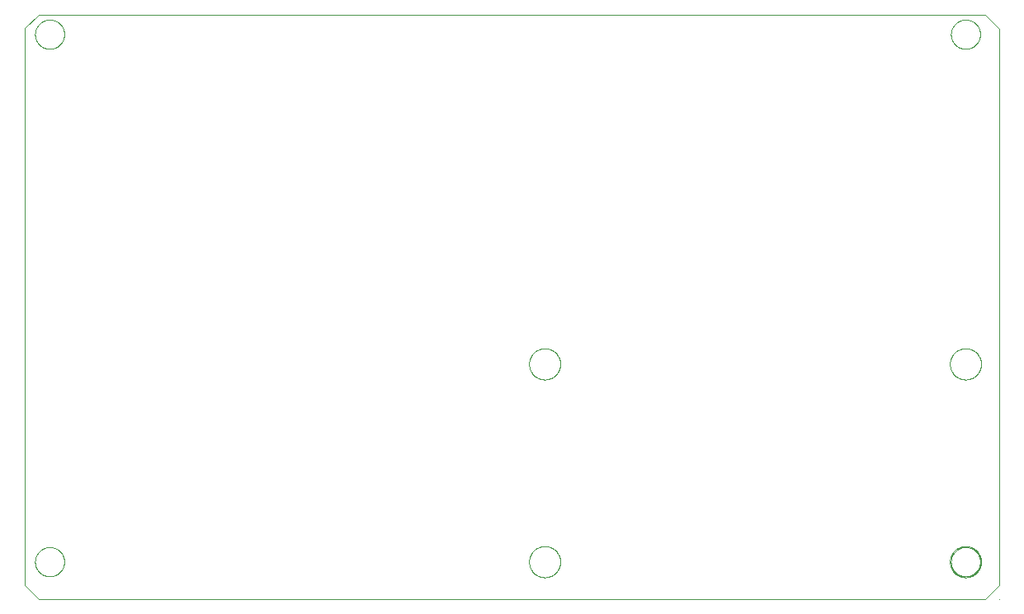
<source format=gko>
G75*
%MOIN*%
%OFA0B0*%
%FSLAX25Y25*%
%IPPOS*%
%LPD*%
%AMOC8*
5,1,8,0,0,1.08239X$1,22.5*
%
%ADD10C,0.00394*%
%ADD11C,0.00000*%
%ADD12C,0.00400*%
D10*
X0027328Y0036123D02*
X0028128Y0036123D01*
X0409728Y0036123D01*
X0409828Y0036123D01*
X0415428Y0036124D02*
X0415429Y0036123D01*
X0415428Y0041723D02*
X0415428Y0266723D01*
X0415429Y0266724D01*
X0409749Y0272343D02*
X0409728Y0272323D01*
X0027319Y0272343D01*
X0021728Y0266923D01*
X0021728Y0043723D01*
D11*
X0025828Y0051123D02*
X0025830Y0051276D01*
X0025836Y0051429D01*
X0025846Y0051582D01*
X0025860Y0051735D01*
X0025878Y0051887D01*
X0025899Y0052038D01*
X0025925Y0052189D01*
X0025955Y0052340D01*
X0025988Y0052489D01*
X0026026Y0052638D01*
X0026067Y0052785D01*
X0026112Y0052932D01*
X0026161Y0053077D01*
X0026213Y0053221D01*
X0026270Y0053363D01*
X0026330Y0053504D01*
X0026393Y0053643D01*
X0026461Y0053781D01*
X0026531Y0053917D01*
X0026606Y0054051D01*
X0026683Y0054183D01*
X0026765Y0054313D01*
X0026849Y0054441D01*
X0026937Y0054566D01*
X0027028Y0054689D01*
X0027122Y0054810D01*
X0027219Y0054928D01*
X0027320Y0055044D01*
X0027423Y0055157D01*
X0027529Y0055268D01*
X0027638Y0055375D01*
X0027750Y0055480D01*
X0027864Y0055582D01*
X0027981Y0055681D01*
X0028101Y0055776D01*
X0028223Y0055869D01*
X0028347Y0055958D01*
X0028474Y0056045D01*
X0028603Y0056127D01*
X0028734Y0056207D01*
X0028867Y0056283D01*
X0029002Y0056355D01*
X0029139Y0056424D01*
X0029277Y0056490D01*
X0029417Y0056552D01*
X0029559Y0056610D01*
X0029702Y0056664D01*
X0029847Y0056715D01*
X0029992Y0056762D01*
X0030139Y0056805D01*
X0030287Y0056844D01*
X0030436Y0056880D01*
X0030586Y0056911D01*
X0030737Y0056939D01*
X0030888Y0056963D01*
X0031040Y0056983D01*
X0031193Y0056999D01*
X0031345Y0057011D01*
X0031498Y0057019D01*
X0031651Y0057023D01*
X0031805Y0057023D01*
X0031958Y0057019D01*
X0032111Y0057011D01*
X0032263Y0056999D01*
X0032416Y0056983D01*
X0032568Y0056963D01*
X0032719Y0056939D01*
X0032870Y0056911D01*
X0033020Y0056880D01*
X0033169Y0056844D01*
X0033317Y0056805D01*
X0033464Y0056762D01*
X0033609Y0056715D01*
X0033754Y0056664D01*
X0033897Y0056610D01*
X0034039Y0056552D01*
X0034179Y0056490D01*
X0034317Y0056424D01*
X0034454Y0056355D01*
X0034589Y0056283D01*
X0034722Y0056207D01*
X0034853Y0056127D01*
X0034982Y0056045D01*
X0035109Y0055958D01*
X0035233Y0055869D01*
X0035355Y0055776D01*
X0035475Y0055681D01*
X0035592Y0055582D01*
X0035706Y0055480D01*
X0035818Y0055375D01*
X0035927Y0055268D01*
X0036033Y0055157D01*
X0036136Y0055044D01*
X0036237Y0054928D01*
X0036334Y0054810D01*
X0036428Y0054689D01*
X0036519Y0054566D01*
X0036607Y0054441D01*
X0036691Y0054313D01*
X0036773Y0054183D01*
X0036850Y0054051D01*
X0036925Y0053917D01*
X0036995Y0053781D01*
X0037063Y0053643D01*
X0037126Y0053504D01*
X0037186Y0053363D01*
X0037243Y0053221D01*
X0037295Y0053077D01*
X0037344Y0052932D01*
X0037389Y0052785D01*
X0037430Y0052638D01*
X0037468Y0052489D01*
X0037501Y0052340D01*
X0037531Y0052189D01*
X0037557Y0052038D01*
X0037578Y0051887D01*
X0037596Y0051735D01*
X0037610Y0051582D01*
X0037620Y0051429D01*
X0037626Y0051276D01*
X0037628Y0051123D01*
X0037626Y0050970D01*
X0037620Y0050817D01*
X0037610Y0050664D01*
X0037596Y0050511D01*
X0037578Y0050359D01*
X0037557Y0050208D01*
X0037531Y0050057D01*
X0037501Y0049906D01*
X0037468Y0049757D01*
X0037430Y0049608D01*
X0037389Y0049461D01*
X0037344Y0049314D01*
X0037295Y0049169D01*
X0037243Y0049025D01*
X0037186Y0048883D01*
X0037126Y0048742D01*
X0037063Y0048603D01*
X0036995Y0048465D01*
X0036925Y0048329D01*
X0036850Y0048195D01*
X0036773Y0048063D01*
X0036691Y0047933D01*
X0036607Y0047805D01*
X0036519Y0047680D01*
X0036428Y0047557D01*
X0036334Y0047436D01*
X0036237Y0047318D01*
X0036136Y0047202D01*
X0036033Y0047089D01*
X0035927Y0046978D01*
X0035818Y0046871D01*
X0035706Y0046766D01*
X0035592Y0046664D01*
X0035475Y0046565D01*
X0035355Y0046470D01*
X0035233Y0046377D01*
X0035109Y0046288D01*
X0034982Y0046201D01*
X0034853Y0046119D01*
X0034722Y0046039D01*
X0034589Y0045963D01*
X0034454Y0045891D01*
X0034317Y0045822D01*
X0034179Y0045756D01*
X0034039Y0045694D01*
X0033897Y0045636D01*
X0033754Y0045582D01*
X0033609Y0045531D01*
X0033464Y0045484D01*
X0033317Y0045441D01*
X0033169Y0045402D01*
X0033020Y0045366D01*
X0032870Y0045335D01*
X0032719Y0045307D01*
X0032568Y0045283D01*
X0032416Y0045263D01*
X0032263Y0045247D01*
X0032111Y0045235D01*
X0031958Y0045227D01*
X0031805Y0045223D01*
X0031651Y0045223D01*
X0031498Y0045227D01*
X0031345Y0045235D01*
X0031193Y0045247D01*
X0031040Y0045263D01*
X0030888Y0045283D01*
X0030737Y0045307D01*
X0030586Y0045335D01*
X0030436Y0045366D01*
X0030287Y0045402D01*
X0030139Y0045441D01*
X0029992Y0045484D01*
X0029847Y0045531D01*
X0029702Y0045582D01*
X0029559Y0045636D01*
X0029417Y0045694D01*
X0029277Y0045756D01*
X0029139Y0045822D01*
X0029002Y0045891D01*
X0028867Y0045963D01*
X0028734Y0046039D01*
X0028603Y0046119D01*
X0028474Y0046201D01*
X0028347Y0046288D01*
X0028223Y0046377D01*
X0028101Y0046470D01*
X0027981Y0046565D01*
X0027864Y0046664D01*
X0027750Y0046766D01*
X0027638Y0046871D01*
X0027529Y0046978D01*
X0027423Y0047089D01*
X0027320Y0047202D01*
X0027219Y0047318D01*
X0027122Y0047436D01*
X0027028Y0047557D01*
X0026937Y0047680D01*
X0026849Y0047805D01*
X0026765Y0047933D01*
X0026683Y0048063D01*
X0026606Y0048195D01*
X0026531Y0048329D01*
X0026461Y0048465D01*
X0026393Y0048603D01*
X0026330Y0048742D01*
X0026270Y0048883D01*
X0026213Y0049025D01*
X0026161Y0049169D01*
X0026112Y0049314D01*
X0026067Y0049461D01*
X0026026Y0049608D01*
X0025988Y0049757D01*
X0025955Y0049906D01*
X0025925Y0050057D01*
X0025899Y0050208D01*
X0025878Y0050359D01*
X0025860Y0050511D01*
X0025846Y0050664D01*
X0025836Y0050817D01*
X0025830Y0050970D01*
X0025828Y0051123D01*
X0225429Y0051123D02*
X0225431Y0051281D01*
X0225437Y0051439D01*
X0225447Y0051597D01*
X0225461Y0051755D01*
X0225479Y0051912D01*
X0225500Y0052069D01*
X0225526Y0052225D01*
X0225556Y0052381D01*
X0225589Y0052536D01*
X0225627Y0052689D01*
X0225668Y0052842D01*
X0225713Y0052994D01*
X0225762Y0053145D01*
X0225815Y0053294D01*
X0225871Y0053442D01*
X0225931Y0053588D01*
X0225995Y0053733D01*
X0226063Y0053876D01*
X0226134Y0054018D01*
X0226208Y0054158D01*
X0226286Y0054295D01*
X0226368Y0054431D01*
X0226452Y0054565D01*
X0226541Y0054696D01*
X0226632Y0054825D01*
X0226727Y0054952D01*
X0226824Y0055077D01*
X0226925Y0055199D01*
X0227029Y0055318D01*
X0227136Y0055435D01*
X0227246Y0055549D01*
X0227359Y0055660D01*
X0227474Y0055769D01*
X0227592Y0055874D01*
X0227713Y0055976D01*
X0227836Y0056076D01*
X0227962Y0056172D01*
X0228090Y0056265D01*
X0228220Y0056355D01*
X0228353Y0056441D01*
X0228488Y0056525D01*
X0228624Y0056604D01*
X0228763Y0056681D01*
X0228904Y0056753D01*
X0229046Y0056823D01*
X0229190Y0056888D01*
X0229336Y0056950D01*
X0229483Y0057008D01*
X0229632Y0057063D01*
X0229782Y0057114D01*
X0229933Y0057161D01*
X0230085Y0057204D01*
X0230238Y0057243D01*
X0230393Y0057279D01*
X0230548Y0057310D01*
X0230704Y0057338D01*
X0230860Y0057362D01*
X0231017Y0057382D01*
X0231175Y0057398D01*
X0231332Y0057410D01*
X0231491Y0057418D01*
X0231649Y0057422D01*
X0231807Y0057422D01*
X0231965Y0057418D01*
X0232124Y0057410D01*
X0232281Y0057398D01*
X0232439Y0057382D01*
X0232596Y0057362D01*
X0232752Y0057338D01*
X0232908Y0057310D01*
X0233063Y0057279D01*
X0233218Y0057243D01*
X0233371Y0057204D01*
X0233523Y0057161D01*
X0233674Y0057114D01*
X0233824Y0057063D01*
X0233973Y0057008D01*
X0234120Y0056950D01*
X0234266Y0056888D01*
X0234410Y0056823D01*
X0234552Y0056753D01*
X0234693Y0056681D01*
X0234832Y0056604D01*
X0234968Y0056525D01*
X0235103Y0056441D01*
X0235236Y0056355D01*
X0235366Y0056265D01*
X0235494Y0056172D01*
X0235620Y0056076D01*
X0235743Y0055976D01*
X0235864Y0055874D01*
X0235982Y0055769D01*
X0236097Y0055660D01*
X0236210Y0055549D01*
X0236320Y0055435D01*
X0236427Y0055318D01*
X0236531Y0055199D01*
X0236632Y0055077D01*
X0236729Y0054952D01*
X0236824Y0054825D01*
X0236915Y0054696D01*
X0237004Y0054565D01*
X0237088Y0054431D01*
X0237170Y0054295D01*
X0237248Y0054158D01*
X0237322Y0054018D01*
X0237393Y0053876D01*
X0237461Y0053733D01*
X0237525Y0053588D01*
X0237585Y0053442D01*
X0237641Y0053294D01*
X0237694Y0053145D01*
X0237743Y0052994D01*
X0237788Y0052842D01*
X0237829Y0052689D01*
X0237867Y0052536D01*
X0237900Y0052381D01*
X0237930Y0052225D01*
X0237956Y0052069D01*
X0237977Y0051912D01*
X0237995Y0051755D01*
X0238009Y0051597D01*
X0238019Y0051439D01*
X0238025Y0051281D01*
X0238027Y0051123D01*
X0238025Y0050965D01*
X0238019Y0050807D01*
X0238009Y0050649D01*
X0237995Y0050491D01*
X0237977Y0050334D01*
X0237956Y0050177D01*
X0237930Y0050021D01*
X0237900Y0049865D01*
X0237867Y0049710D01*
X0237829Y0049557D01*
X0237788Y0049404D01*
X0237743Y0049252D01*
X0237694Y0049101D01*
X0237641Y0048952D01*
X0237585Y0048804D01*
X0237525Y0048658D01*
X0237461Y0048513D01*
X0237393Y0048370D01*
X0237322Y0048228D01*
X0237248Y0048088D01*
X0237170Y0047951D01*
X0237088Y0047815D01*
X0237004Y0047681D01*
X0236915Y0047550D01*
X0236824Y0047421D01*
X0236729Y0047294D01*
X0236632Y0047169D01*
X0236531Y0047047D01*
X0236427Y0046928D01*
X0236320Y0046811D01*
X0236210Y0046697D01*
X0236097Y0046586D01*
X0235982Y0046477D01*
X0235864Y0046372D01*
X0235743Y0046270D01*
X0235620Y0046170D01*
X0235494Y0046074D01*
X0235366Y0045981D01*
X0235236Y0045891D01*
X0235103Y0045805D01*
X0234968Y0045721D01*
X0234832Y0045642D01*
X0234693Y0045565D01*
X0234552Y0045493D01*
X0234410Y0045423D01*
X0234266Y0045358D01*
X0234120Y0045296D01*
X0233973Y0045238D01*
X0233824Y0045183D01*
X0233674Y0045132D01*
X0233523Y0045085D01*
X0233371Y0045042D01*
X0233218Y0045003D01*
X0233063Y0044967D01*
X0232908Y0044936D01*
X0232752Y0044908D01*
X0232596Y0044884D01*
X0232439Y0044864D01*
X0232281Y0044848D01*
X0232124Y0044836D01*
X0231965Y0044828D01*
X0231807Y0044824D01*
X0231649Y0044824D01*
X0231491Y0044828D01*
X0231332Y0044836D01*
X0231175Y0044848D01*
X0231017Y0044864D01*
X0230860Y0044884D01*
X0230704Y0044908D01*
X0230548Y0044936D01*
X0230393Y0044967D01*
X0230238Y0045003D01*
X0230085Y0045042D01*
X0229933Y0045085D01*
X0229782Y0045132D01*
X0229632Y0045183D01*
X0229483Y0045238D01*
X0229336Y0045296D01*
X0229190Y0045358D01*
X0229046Y0045423D01*
X0228904Y0045493D01*
X0228763Y0045565D01*
X0228624Y0045642D01*
X0228488Y0045721D01*
X0228353Y0045805D01*
X0228220Y0045891D01*
X0228090Y0045981D01*
X0227962Y0046074D01*
X0227836Y0046170D01*
X0227713Y0046270D01*
X0227592Y0046372D01*
X0227474Y0046477D01*
X0227359Y0046586D01*
X0227246Y0046697D01*
X0227136Y0046811D01*
X0227029Y0046928D01*
X0226925Y0047047D01*
X0226824Y0047169D01*
X0226727Y0047294D01*
X0226632Y0047421D01*
X0226541Y0047550D01*
X0226452Y0047681D01*
X0226368Y0047815D01*
X0226286Y0047951D01*
X0226208Y0048088D01*
X0226134Y0048228D01*
X0226063Y0048370D01*
X0225995Y0048513D01*
X0225931Y0048658D01*
X0225871Y0048804D01*
X0225815Y0048952D01*
X0225762Y0049101D01*
X0225713Y0049252D01*
X0225668Y0049404D01*
X0225627Y0049557D01*
X0225589Y0049710D01*
X0225556Y0049865D01*
X0225526Y0050021D01*
X0225500Y0050177D01*
X0225479Y0050334D01*
X0225461Y0050491D01*
X0225447Y0050649D01*
X0225437Y0050807D01*
X0225431Y0050965D01*
X0225429Y0051123D01*
X0225429Y0131123D02*
X0225431Y0131281D01*
X0225437Y0131439D01*
X0225447Y0131597D01*
X0225461Y0131755D01*
X0225479Y0131912D01*
X0225500Y0132069D01*
X0225526Y0132225D01*
X0225556Y0132381D01*
X0225589Y0132536D01*
X0225627Y0132689D01*
X0225668Y0132842D01*
X0225713Y0132994D01*
X0225762Y0133145D01*
X0225815Y0133294D01*
X0225871Y0133442D01*
X0225931Y0133588D01*
X0225995Y0133733D01*
X0226063Y0133876D01*
X0226134Y0134018D01*
X0226208Y0134158D01*
X0226286Y0134295D01*
X0226368Y0134431D01*
X0226452Y0134565D01*
X0226541Y0134696D01*
X0226632Y0134825D01*
X0226727Y0134952D01*
X0226824Y0135077D01*
X0226925Y0135199D01*
X0227029Y0135318D01*
X0227136Y0135435D01*
X0227246Y0135549D01*
X0227359Y0135660D01*
X0227474Y0135769D01*
X0227592Y0135874D01*
X0227713Y0135976D01*
X0227836Y0136076D01*
X0227962Y0136172D01*
X0228090Y0136265D01*
X0228220Y0136355D01*
X0228353Y0136441D01*
X0228488Y0136525D01*
X0228624Y0136604D01*
X0228763Y0136681D01*
X0228904Y0136753D01*
X0229046Y0136823D01*
X0229190Y0136888D01*
X0229336Y0136950D01*
X0229483Y0137008D01*
X0229632Y0137063D01*
X0229782Y0137114D01*
X0229933Y0137161D01*
X0230085Y0137204D01*
X0230238Y0137243D01*
X0230393Y0137279D01*
X0230548Y0137310D01*
X0230704Y0137338D01*
X0230860Y0137362D01*
X0231017Y0137382D01*
X0231175Y0137398D01*
X0231332Y0137410D01*
X0231491Y0137418D01*
X0231649Y0137422D01*
X0231807Y0137422D01*
X0231965Y0137418D01*
X0232124Y0137410D01*
X0232281Y0137398D01*
X0232439Y0137382D01*
X0232596Y0137362D01*
X0232752Y0137338D01*
X0232908Y0137310D01*
X0233063Y0137279D01*
X0233218Y0137243D01*
X0233371Y0137204D01*
X0233523Y0137161D01*
X0233674Y0137114D01*
X0233824Y0137063D01*
X0233973Y0137008D01*
X0234120Y0136950D01*
X0234266Y0136888D01*
X0234410Y0136823D01*
X0234552Y0136753D01*
X0234693Y0136681D01*
X0234832Y0136604D01*
X0234968Y0136525D01*
X0235103Y0136441D01*
X0235236Y0136355D01*
X0235366Y0136265D01*
X0235494Y0136172D01*
X0235620Y0136076D01*
X0235743Y0135976D01*
X0235864Y0135874D01*
X0235982Y0135769D01*
X0236097Y0135660D01*
X0236210Y0135549D01*
X0236320Y0135435D01*
X0236427Y0135318D01*
X0236531Y0135199D01*
X0236632Y0135077D01*
X0236729Y0134952D01*
X0236824Y0134825D01*
X0236915Y0134696D01*
X0237004Y0134565D01*
X0237088Y0134431D01*
X0237170Y0134295D01*
X0237248Y0134158D01*
X0237322Y0134018D01*
X0237393Y0133876D01*
X0237461Y0133733D01*
X0237525Y0133588D01*
X0237585Y0133442D01*
X0237641Y0133294D01*
X0237694Y0133145D01*
X0237743Y0132994D01*
X0237788Y0132842D01*
X0237829Y0132689D01*
X0237867Y0132536D01*
X0237900Y0132381D01*
X0237930Y0132225D01*
X0237956Y0132069D01*
X0237977Y0131912D01*
X0237995Y0131755D01*
X0238009Y0131597D01*
X0238019Y0131439D01*
X0238025Y0131281D01*
X0238027Y0131123D01*
X0238025Y0130965D01*
X0238019Y0130807D01*
X0238009Y0130649D01*
X0237995Y0130491D01*
X0237977Y0130334D01*
X0237956Y0130177D01*
X0237930Y0130021D01*
X0237900Y0129865D01*
X0237867Y0129710D01*
X0237829Y0129557D01*
X0237788Y0129404D01*
X0237743Y0129252D01*
X0237694Y0129101D01*
X0237641Y0128952D01*
X0237585Y0128804D01*
X0237525Y0128658D01*
X0237461Y0128513D01*
X0237393Y0128370D01*
X0237322Y0128228D01*
X0237248Y0128088D01*
X0237170Y0127951D01*
X0237088Y0127815D01*
X0237004Y0127681D01*
X0236915Y0127550D01*
X0236824Y0127421D01*
X0236729Y0127294D01*
X0236632Y0127169D01*
X0236531Y0127047D01*
X0236427Y0126928D01*
X0236320Y0126811D01*
X0236210Y0126697D01*
X0236097Y0126586D01*
X0235982Y0126477D01*
X0235864Y0126372D01*
X0235743Y0126270D01*
X0235620Y0126170D01*
X0235494Y0126074D01*
X0235366Y0125981D01*
X0235236Y0125891D01*
X0235103Y0125805D01*
X0234968Y0125721D01*
X0234832Y0125642D01*
X0234693Y0125565D01*
X0234552Y0125493D01*
X0234410Y0125423D01*
X0234266Y0125358D01*
X0234120Y0125296D01*
X0233973Y0125238D01*
X0233824Y0125183D01*
X0233674Y0125132D01*
X0233523Y0125085D01*
X0233371Y0125042D01*
X0233218Y0125003D01*
X0233063Y0124967D01*
X0232908Y0124936D01*
X0232752Y0124908D01*
X0232596Y0124884D01*
X0232439Y0124864D01*
X0232281Y0124848D01*
X0232124Y0124836D01*
X0231965Y0124828D01*
X0231807Y0124824D01*
X0231649Y0124824D01*
X0231491Y0124828D01*
X0231332Y0124836D01*
X0231175Y0124848D01*
X0231017Y0124864D01*
X0230860Y0124884D01*
X0230704Y0124908D01*
X0230548Y0124936D01*
X0230393Y0124967D01*
X0230238Y0125003D01*
X0230085Y0125042D01*
X0229933Y0125085D01*
X0229782Y0125132D01*
X0229632Y0125183D01*
X0229483Y0125238D01*
X0229336Y0125296D01*
X0229190Y0125358D01*
X0229046Y0125423D01*
X0228904Y0125493D01*
X0228763Y0125565D01*
X0228624Y0125642D01*
X0228488Y0125721D01*
X0228353Y0125805D01*
X0228220Y0125891D01*
X0228090Y0125981D01*
X0227962Y0126074D01*
X0227836Y0126170D01*
X0227713Y0126270D01*
X0227592Y0126372D01*
X0227474Y0126477D01*
X0227359Y0126586D01*
X0227246Y0126697D01*
X0227136Y0126811D01*
X0227029Y0126928D01*
X0226925Y0127047D01*
X0226824Y0127169D01*
X0226727Y0127294D01*
X0226632Y0127421D01*
X0226541Y0127550D01*
X0226452Y0127681D01*
X0226368Y0127815D01*
X0226286Y0127951D01*
X0226208Y0128088D01*
X0226134Y0128228D01*
X0226063Y0128370D01*
X0225995Y0128513D01*
X0225931Y0128658D01*
X0225871Y0128804D01*
X0225815Y0128952D01*
X0225762Y0129101D01*
X0225713Y0129252D01*
X0225668Y0129404D01*
X0225627Y0129557D01*
X0225589Y0129710D01*
X0225556Y0129865D01*
X0225526Y0130021D01*
X0225500Y0130177D01*
X0225479Y0130334D01*
X0225461Y0130491D01*
X0225447Y0130649D01*
X0225437Y0130807D01*
X0225431Y0130965D01*
X0225429Y0131123D01*
X0395429Y0131123D02*
X0395431Y0131281D01*
X0395437Y0131439D01*
X0395447Y0131597D01*
X0395461Y0131755D01*
X0395479Y0131912D01*
X0395500Y0132069D01*
X0395526Y0132225D01*
X0395556Y0132381D01*
X0395589Y0132536D01*
X0395627Y0132689D01*
X0395668Y0132842D01*
X0395713Y0132994D01*
X0395762Y0133145D01*
X0395815Y0133294D01*
X0395871Y0133442D01*
X0395931Y0133588D01*
X0395995Y0133733D01*
X0396063Y0133876D01*
X0396134Y0134018D01*
X0396208Y0134158D01*
X0396286Y0134295D01*
X0396368Y0134431D01*
X0396452Y0134565D01*
X0396541Y0134696D01*
X0396632Y0134825D01*
X0396727Y0134952D01*
X0396824Y0135077D01*
X0396925Y0135199D01*
X0397029Y0135318D01*
X0397136Y0135435D01*
X0397246Y0135549D01*
X0397359Y0135660D01*
X0397474Y0135769D01*
X0397592Y0135874D01*
X0397713Y0135976D01*
X0397836Y0136076D01*
X0397962Y0136172D01*
X0398090Y0136265D01*
X0398220Y0136355D01*
X0398353Y0136441D01*
X0398488Y0136525D01*
X0398624Y0136604D01*
X0398763Y0136681D01*
X0398904Y0136753D01*
X0399046Y0136823D01*
X0399190Y0136888D01*
X0399336Y0136950D01*
X0399483Y0137008D01*
X0399632Y0137063D01*
X0399782Y0137114D01*
X0399933Y0137161D01*
X0400085Y0137204D01*
X0400238Y0137243D01*
X0400393Y0137279D01*
X0400548Y0137310D01*
X0400704Y0137338D01*
X0400860Y0137362D01*
X0401017Y0137382D01*
X0401175Y0137398D01*
X0401332Y0137410D01*
X0401491Y0137418D01*
X0401649Y0137422D01*
X0401807Y0137422D01*
X0401965Y0137418D01*
X0402124Y0137410D01*
X0402281Y0137398D01*
X0402439Y0137382D01*
X0402596Y0137362D01*
X0402752Y0137338D01*
X0402908Y0137310D01*
X0403063Y0137279D01*
X0403218Y0137243D01*
X0403371Y0137204D01*
X0403523Y0137161D01*
X0403674Y0137114D01*
X0403824Y0137063D01*
X0403973Y0137008D01*
X0404120Y0136950D01*
X0404266Y0136888D01*
X0404410Y0136823D01*
X0404552Y0136753D01*
X0404693Y0136681D01*
X0404832Y0136604D01*
X0404968Y0136525D01*
X0405103Y0136441D01*
X0405236Y0136355D01*
X0405366Y0136265D01*
X0405494Y0136172D01*
X0405620Y0136076D01*
X0405743Y0135976D01*
X0405864Y0135874D01*
X0405982Y0135769D01*
X0406097Y0135660D01*
X0406210Y0135549D01*
X0406320Y0135435D01*
X0406427Y0135318D01*
X0406531Y0135199D01*
X0406632Y0135077D01*
X0406729Y0134952D01*
X0406824Y0134825D01*
X0406915Y0134696D01*
X0407004Y0134565D01*
X0407088Y0134431D01*
X0407170Y0134295D01*
X0407248Y0134158D01*
X0407322Y0134018D01*
X0407393Y0133876D01*
X0407461Y0133733D01*
X0407525Y0133588D01*
X0407585Y0133442D01*
X0407641Y0133294D01*
X0407694Y0133145D01*
X0407743Y0132994D01*
X0407788Y0132842D01*
X0407829Y0132689D01*
X0407867Y0132536D01*
X0407900Y0132381D01*
X0407930Y0132225D01*
X0407956Y0132069D01*
X0407977Y0131912D01*
X0407995Y0131755D01*
X0408009Y0131597D01*
X0408019Y0131439D01*
X0408025Y0131281D01*
X0408027Y0131123D01*
X0408025Y0130965D01*
X0408019Y0130807D01*
X0408009Y0130649D01*
X0407995Y0130491D01*
X0407977Y0130334D01*
X0407956Y0130177D01*
X0407930Y0130021D01*
X0407900Y0129865D01*
X0407867Y0129710D01*
X0407829Y0129557D01*
X0407788Y0129404D01*
X0407743Y0129252D01*
X0407694Y0129101D01*
X0407641Y0128952D01*
X0407585Y0128804D01*
X0407525Y0128658D01*
X0407461Y0128513D01*
X0407393Y0128370D01*
X0407322Y0128228D01*
X0407248Y0128088D01*
X0407170Y0127951D01*
X0407088Y0127815D01*
X0407004Y0127681D01*
X0406915Y0127550D01*
X0406824Y0127421D01*
X0406729Y0127294D01*
X0406632Y0127169D01*
X0406531Y0127047D01*
X0406427Y0126928D01*
X0406320Y0126811D01*
X0406210Y0126697D01*
X0406097Y0126586D01*
X0405982Y0126477D01*
X0405864Y0126372D01*
X0405743Y0126270D01*
X0405620Y0126170D01*
X0405494Y0126074D01*
X0405366Y0125981D01*
X0405236Y0125891D01*
X0405103Y0125805D01*
X0404968Y0125721D01*
X0404832Y0125642D01*
X0404693Y0125565D01*
X0404552Y0125493D01*
X0404410Y0125423D01*
X0404266Y0125358D01*
X0404120Y0125296D01*
X0403973Y0125238D01*
X0403824Y0125183D01*
X0403674Y0125132D01*
X0403523Y0125085D01*
X0403371Y0125042D01*
X0403218Y0125003D01*
X0403063Y0124967D01*
X0402908Y0124936D01*
X0402752Y0124908D01*
X0402596Y0124884D01*
X0402439Y0124864D01*
X0402281Y0124848D01*
X0402124Y0124836D01*
X0401965Y0124828D01*
X0401807Y0124824D01*
X0401649Y0124824D01*
X0401491Y0124828D01*
X0401332Y0124836D01*
X0401175Y0124848D01*
X0401017Y0124864D01*
X0400860Y0124884D01*
X0400704Y0124908D01*
X0400548Y0124936D01*
X0400393Y0124967D01*
X0400238Y0125003D01*
X0400085Y0125042D01*
X0399933Y0125085D01*
X0399782Y0125132D01*
X0399632Y0125183D01*
X0399483Y0125238D01*
X0399336Y0125296D01*
X0399190Y0125358D01*
X0399046Y0125423D01*
X0398904Y0125493D01*
X0398763Y0125565D01*
X0398624Y0125642D01*
X0398488Y0125721D01*
X0398353Y0125805D01*
X0398220Y0125891D01*
X0398090Y0125981D01*
X0397962Y0126074D01*
X0397836Y0126170D01*
X0397713Y0126270D01*
X0397592Y0126372D01*
X0397474Y0126477D01*
X0397359Y0126586D01*
X0397246Y0126697D01*
X0397136Y0126811D01*
X0397029Y0126928D01*
X0396925Y0127047D01*
X0396824Y0127169D01*
X0396727Y0127294D01*
X0396632Y0127421D01*
X0396541Y0127550D01*
X0396452Y0127681D01*
X0396368Y0127815D01*
X0396286Y0127951D01*
X0396208Y0128088D01*
X0396134Y0128228D01*
X0396063Y0128370D01*
X0395995Y0128513D01*
X0395931Y0128658D01*
X0395871Y0128804D01*
X0395815Y0128952D01*
X0395762Y0129101D01*
X0395713Y0129252D01*
X0395668Y0129404D01*
X0395627Y0129557D01*
X0395589Y0129710D01*
X0395556Y0129865D01*
X0395526Y0130021D01*
X0395500Y0130177D01*
X0395479Y0130334D01*
X0395461Y0130491D01*
X0395447Y0130649D01*
X0395437Y0130807D01*
X0395431Y0130965D01*
X0395429Y0131123D01*
X0395429Y0051123D02*
X0395431Y0051281D01*
X0395437Y0051439D01*
X0395447Y0051597D01*
X0395461Y0051755D01*
X0395479Y0051912D01*
X0395500Y0052069D01*
X0395526Y0052225D01*
X0395556Y0052381D01*
X0395589Y0052536D01*
X0395627Y0052689D01*
X0395668Y0052842D01*
X0395713Y0052994D01*
X0395762Y0053145D01*
X0395815Y0053294D01*
X0395871Y0053442D01*
X0395931Y0053588D01*
X0395995Y0053733D01*
X0396063Y0053876D01*
X0396134Y0054018D01*
X0396208Y0054158D01*
X0396286Y0054295D01*
X0396368Y0054431D01*
X0396452Y0054565D01*
X0396541Y0054696D01*
X0396632Y0054825D01*
X0396727Y0054952D01*
X0396824Y0055077D01*
X0396925Y0055199D01*
X0397029Y0055318D01*
X0397136Y0055435D01*
X0397246Y0055549D01*
X0397359Y0055660D01*
X0397474Y0055769D01*
X0397592Y0055874D01*
X0397713Y0055976D01*
X0397836Y0056076D01*
X0397962Y0056172D01*
X0398090Y0056265D01*
X0398220Y0056355D01*
X0398353Y0056441D01*
X0398488Y0056525D01*
X0398624Y0056604D01*
X0398763Y0056681D01*
X0398904Y0056753D01*
X0399046Y0056823D01*
X0399190Y0056888D01*
X0399336Y0056950D01*
X0399483Y0057008D01*
X0399632Y0057063D01*
X0399782Y0057114D01*
X0399933Y0057161D01*
X0400085Y0057204D01*
X0400238Y0057243D01*
X0400393Y0057279D01*
X0400548Y0057310D01*
X0400704Y0057338D01*
X0400860Y0057362D01*
X0401017Y0057382D01*
X0401175Y0057398D01*
X0401332Y0057410D01*
X0401491Y0057418D01*
X0401649Y0057422D01*
X0401807Y0057422D01*
X0401965Y0057418D01*
X0402124Y0057410D01*
X0402281Y0057398D01*
X0402439Y0057382D01*
X0402596Y0057362D01*
X0402752Y0057338D01*
X0402908Y0057310D01*
X0403063Y0057279D01*
X0403218Y0057243D01*
X0403371Y0057204D01*
X0403523Y0057161D01*
X0403674Y0057114D01*
X0403824Y0057063D01*
X0403973Y0057008D01*
X0404120Y0056950D01*
X0404266Y0056888D01*
X0404410Y0056823D01*
X0404552Y0056753D01*
X0404693Y0056681D01*
X0404832Y0056604D01*
X0404968Y0056525D01*
X0405103Y0056441D01*
X0405236Y0056355D01*
X0405366Y0056265D01*
X0405494Y0056172D01*
X0405620Y0056076D01*
X0405743Y0055976D01*
X0405864Y0055874D01*
X0405982Y0055769D01*
X0406097Y0055660D01*
X0406210Y0055549D01*
X0406320Y0055435D01*
X0406427Y0055318D01*
X0406531Y0055199D01*
X0406632Y0055077D01*
X0406729Y0054952D01*
X0406824Y0054825D01*
X0406915Y0054696D01*
X0407004Y0054565D01*
X0407088Y0054431D01*
X0407170Y0054295D01*
X0407248Y0054158D01*
X0407322Y0054018D01*
X0407393Y0053876D01*
X0407461Y0053733D01*
X0407525Y0053588D01*
X0407585Y0053442D01*
X0407641Y0053294D01*
X0407694Y0053145D01*
X0407743Y0052994D01*
X0407788Y0052842D01*
X0407829Y0052689D01*
X0407867Y0052536D01*
X0407900Y0052381D01*
X0407930Y0052225D01*
X0407956Y0052069D01*
X0407977Y0051912D01*
X0407995Y0051755D01*
X0408009Y0051597D01*
X0408019Y0051439D01*
X0408025Y0051281D01*
X0408027Y0051123D01*
X0408025Y0050965D01*
X0408019Y0050807D01*
X0408009Y0050649D01*
X0407995Y0050491D01*
X0407977Y0050334D01*
X0407956Y0050177D01*
X0407930Y0050021D01*
X0407900Y0049865D01*
X0407867Y0049710D01*
X0407829Y0049557D01*
X0407788Y0049404D01*
X0407743Y0049252D01*
X0407694Y0049101D01*
X0407641Y0048952D01*
X0407585Y0048804D01*
X0407525Y0048658D01*
X0407461Y0048513D01*
X0407393Y0048370D01*
X0407322Y0048228D01*
X0407248Y0048088D01*
X0407170Y0047951D01*
X0407088Y0047815D01*
X0407004Y0047681D01*
X0406915Y0047550D01*
X0406824Y0047421D01*
X0406729Y0047294D01*
X0406632Y0047169D01*
X0406531Y0047047D01*
X0406427Y0046928D01*
X0406320Y0046811D01*
X0406210Y0046697D01*
X0406097Y0046586D01*
X0405982Y0046477D01*
X0405864Y0046372D01*
X0405743Y0046270D01*
X0405620Y0046170D01*
X0405494Y0046074D01*
X0405366Y0045981D01*
X0405236Y0045891D01*
X0405103Y0045805D01*
X0404968Y0045721D01*
X0404832Y0045642D01*
X0404693Y0045565D01*
X0404552Y0045493D01*
X0404410Y0045423D01*
X0404266Y0045358D01*
X0404120Y0045296D01*
X0403973Y0045238D01*
X0403824Y0045183D01*
X0403674Y0045132D01*
X0403523Y0045085D01*
X0403371Y0045042D01*
X0403218Y0045003D01*
X0403063Y0044967D01*
X0402908Y0044936D01*
X0402752Y0044908D01*
X0402596Y0044884D01*
X0402439Y0044864D01*
X0402281Y0044848D01*
X0402124Y0044836D01*
X0401965Y0044828D01*
X0401807Y0044824D01*
X0401649Y0044824D01*
X0401491Y0044828D01*
X0401332Y0044836D01*
X0401175Y0044848D01*
X0401017Y0044864D01*
X0400860Y0044884D01*
X0400704Y0044908D01*
X0400548Y0044936D01*
X0400393Y0044967D01*
X0400238Y0045003D01*
X0400085Y0045042D01*
X0399933Y0045085D01*
X0399782Y0045132D01*
X0399632Y0045183D01*
X0399483Y0045238D01*
X0399336Y0045296D01*
X0399190Y0045358D01*
X0399046Y0045423D01*
X0398904Y0045493D01*
X0398763Y0045565D01*
X0398624Y0045642D01*
X0398488Y0045721D01*
X0398353Y0045805D01*
X0398220Y0045891D01*
X0398090Y0045981D01*
X0397962Y0046074D01*
X0397836Y0046170D01*
X0397713Y0046270D01*
X0397592Y0046372D01*
X0397474Y0046477D01*
X0397359Y0046586D01*
X0397246Y0046697D01*
X0397136Y0046811D01*
X0397029Y0046928D01*
X0396925Y0047047D01*
X0396824Y0047169D01*
X0396727Y0047294D01*
X0396632Y0047421D01*
X0396541Y0047550D01*
X0396452Y0047681D01*
X0396368Y0047815D01*
X0396286Y0047951D01*
X0396208Y0048088D01*
X0396134Y0048228D01*
X0396063Y0048370D01*
X0395995Y0048513D01*
X0395931Y0048658D01*
X0395871Y0048804D01*
X0395815Y0048952D01*
X0395762Y0049101D01*
X0395713Y0049252D01*
X0395668Y0049404D01*
X0395627Y0049557D01*
X0395589Y0049710D01*
X0395556Y0049865D01*
X0395526Y0050021D01*
X0395500Y0050177D01*
X0395479Y0050334D01*
X0395461Y0050491D01*
X0395447Y0050649D01*
X0395437Y0050807D01*
X0395431Y0050965D01*
X0395429Y0051123D01*
X0395828Y0051123D02*
X0395830Y0051276D01*
X0395836Y0051429D01*
X0395846Y0051582D01*
X0395860Y0051735D01*
X0395878Y0051887D01*
X0395899Y0052038D01*
X0395925Y0052189D01*
X0395955Y0052340D01*
X0395988Y0052489D01*
X0396026Y0052638D01*
X0396067Y0052785D01*
X0396112Y0052932D01*
X0396161Y0053077D01*
X0396213Y0053221D01*
X0396270Y0053363D01*
X0396330Y0053504D01*
X0396393Y0053643D01*
X0396461Y0053781D01*
X0396531Y0053917D01*
X0396606Y0054051D01*
X0396683Y0054183D01*
X0396765Y0054313D01*
X0396849Y0054441D01*
X0396937Y0054566D01*
X0397028Y0054689D01*
X0397122Y0054810D01*
X0397219Y0054928D01*
X0397320Y0055044D01*
X0397423Y0055157D01*
X0397529Y0055268D01*
X0397638Y0055375D01*
X0397750Y0055480D01*
X0397864Y0055582D01*
X0397981Y0055681D01*
X0398101Y0055776D01*
X0398223Y0055869D01*
X0398347Y0055958D01*
X0398474Y0056045D01*
X0398603Y0056127D01*
X0398734Y0056207D01*
X0398867Y0056283D01*
X0399002Y0056355D01*
X0399139Y0056424D01*
X0399277Y0056490D01*
X0399417Y0056552D01*
X0399559Y0056610D01*
X0399702Y0056664D01*
X0399847Y0056715D01*
X0399992Y0056762D01*
X0400139Y0056805D01*
X0400287Y0056844D01*
X0400436Y0056880D01*
X0400586Y0056911D01*
X0400737Y0056939D01*
X0400888Y0056963D01*
X0401040Y0056983D01*
X0401193Y0056999D01*
X0401345Y0057011D01*
X0401498Y0057019D01*
X0401651Y0057023D01*
X0401805Y0057023D01*
X0401958Y0057019D01*
X0402111Y0057011D01*
X0402263Y0056999D01*
X0402416Y0056983D01*
X0402568Y0056963D01*
X0402719Y0056939D01*
X0402870Y0056911D01*
X0403020Y0056880D01*
X0403169Y0056844D01*
X0403317Y0056805D01*
X0403464Y0056762D01*
X0403609Y0056715D01*
X0403754Y0056664D01*
X0403897Y0056610D01*
X0404039Y0056552D01*
X0404179Y0056490D01*
X0404317Y0056424D01*
X0404454Y0056355D01*
X0404589Y0056283D01*
X0404722Y0056207D01*
X0404853Y0056127D01*
X0404982Y0056045D01*
X0405109Y0055958D01*
X0405233Y0055869D01*
X0405355Y0055776D01*
X0405475Y0055681D01*
X0405592Y0055582D01*
X0405706Y0055480D01*
X0405818Y0055375D01*
X0405927Y0055268D01*
X0406033Y0055157D01*
X0406136Y0055044D01*
X0406237Y0054928D01*
X0406334Y0054810D01*
X0406428Y0054689D01*
X0406519Y0054566D01*
X0406607Y0054441D01*
X0406691Y0054313D01*
X0406773Y0054183D01*
X0406850Y0054051D01*
X0406925Y0053917D01*
X0406995Y0053781D01*
X0407063Y0053643D01*
X0407126Y0053504D01*
X0407186Y0053363D01*
X0407243Y0053221D01*
X0407295Y0053077D01*
X0407344Y0052932D01*
X0407389Y0052785D01*
X0407430Y0052638D01*
X0407468Y0052489D01*
X0407501Y0052340D01*
X0407531Y0052189D01*
X0407557Y0052038D01*
X0407578Y0051887D01*
X0407596Y0051735D01*
X0407610Y0051582D01*
X0407620Y0051429D01*
X0407626Y0051276D01*
X0407628Y0051123D01*
X0407626Y0050970D01*
X0407620Y0050817D01*
X0407610Y0050664D01*
X0407596Y0050511D01*
X0407578Y0050359D01*
X0407557Y0050208D01*
X0407531Y0050057D01*
X0407501Y0049906D01*
X0407468Y0049757D01*
X0407430Y0049608D01*
X0407389Y0049461D01*
X0407344Y0049314D01*
X0407295Y0049169D01*
X0407243Y0049025D01*
X0407186Y0048883D01*
X0407126Y0048742D01*
X0407063Y0048603D01*
X0406995Y0048465D01*
X0406925Y0048329D01*
X0406850Y0048195D01*
X0406773Y0048063D01*
X0406691Y0047933D01*
X0406607Y0047805D01*
X0406519Y0047680D01*
X0406428Y0047557D01*
X0406334Y0047436D01*
X0406237Y0047318D01*
X0406136Y0047202D01*
X0406033Y0047089D01*
X0405927Y0046978D01*
X0405818Y0046871D01*
X0405706Y0046766D01*
X0405592Y0046664D01*
X0405475Y0046565D01*
X0405355Y0046470D01*
X0405233Y0046377D01*
X0405109Y0046288D01*
X0404982Y0046201D01*
X0404853Y0046119D01*
X0404722Y0046039D01*
X0404589Y0045963D01*
X0404454Y0045891D01*
X0404317Y0045822D01*
X0404179Y0045756D01*
X0404039Y0045694D01*
X0403897Y0045636D01*
X0403754Y0045582D01*
X0403609Y0045531D01*
X0403464Y0045484D01*
X0403317Y0045441D01*
X0403169Y0045402D01*
X0403020Y0045366D01*
X0402870Y0045335D01*
X0402719Y0045307D01*
X0402568Y0045283D01*
X0402416Y0045263D01*
X0402263Y0045247D01*
X0402111Y0045235D01*
X0401958Y0045227D01*
X0401805Y0045223D01*
X0401651Y0045223D01*
X0401498Y0045227D01*
X0401345Y0045235D01*
X0401193Y0045247D01*
X0401040Y0045263D01*
X0400888Y0045283D01*
X0400737Y0045307D01*
X0400586Y0045335D01*
X0400436Y0045366D01*
X0400287Y0045402D01*
X0400139Y0045441D01*
X0399992Y0045484D01*
X0399847Y0045531D01*
X0399702Y0045582D01*
X0399559Y0045636D01*
X0399417Y0045694D01*
X0399277Y0045756D01*
X0399139Y0045822D01*
X0399002Y0045891D01*
X0398867Y0045963D01*
X0398734Y0046039D01*
X0398603Y0046119D01*
X0398474Y0046201D01*
X0398347Y0046288D01*
X0398223Y0046377D01*
X0398101Y0046470D01*
X0397981Y0046565D01*
X0397864Y0046664D01*
X0397750Y0046766D01*
X0397638Y0046871D01*
X0397529Y0046978D01*
X0397423Y0047089D01*
X0397320Y0047202D01*
X0397219Y0047318D01*
X0397122Y0047436D01*
X0397028Y0047557D01*
X0396937Y0047680D01*
X0396849Y0047805D01*
X0396765Y0047933D01*
X0396683Y0048063D01*
X0396606Y0048195D01*
X0396531Y0048329D01*
X0396461Y0048465D01*
X0396393Y0048603D01*
X0396330Y0048742D01*
X0396270Y0048883D01*
X0396213Y0049025D01*
X0396161Y0049169D01*
X0396112Y0049314D01*
X0396067Y0049461D01*
X0396026Y0049608D01*
X0395988Y0049757D01*
X0395955Y0049906D01*
X0395925Y0050057D01*
X0395899Y0050208D01*
X0395878Y0050359D01*
X0395860Y0050511D01*
X0395846Y0050664D01*
X0395836Y0050817D01*
X0395830Y0050970D01*
X0395828Y0051123D01*
X0395828Y0264469D02*
X0395830Y0264622D01*
X0395836Y0264775D01*
X0395846Y0264928D01*
X0395860Y0265081D01*
X0395878Y0265233D01*
X0395899Y0265384D01*
X0395925Y0265535D01*
X0395955Y0265686D01*
X0395988Y0265835D01*
X0396026Y0265984D01*
X0396067Y0266131D01*
X0396112Y0266278D01*
X0396161Y0266423D01*
X0396213Y0266567D01*
X0396270Y0266709D01*
X0396330Y0266850D01*
X0396393Y0266989D01*
X0396461Y0267127D01*
X0396531Y0267263D01*
X0396606Y0267397D01*
X0396683Y0267529D01*
X0396765Y0267659D01*
X0396849Y0267787D01*
X0396937Y0267912D01*
X0397028Y0268035D01*
X0397122Y0268156D01*
X0397219Y0268274D01*
X0397320Y0268390D01*
X0397423Y0268503D01*
X0397529Y0268614D01*
X0397638Y0268721D01*
X0397750Y0268826D01*
X0397864Y0268928D01*
X0397981Y0269027D01*
X0398101Y0269122D01*
X0398223Y0269215D01*
X0398347Y0269304D01*
X0398474Y0269391D01*
X0398603Y0269473D01*
X0398734Y0269553D01*
X0398867Y0269629D01*
X0399002Y0269701D01*
X0399139Y0269770D01*
X0399277Y0269836D01*
X0399417Y0269898D01*
X0399559Y0269956D01*
X0399702Y0270010D01*
X0399847Y0270061D01*
X0399992Y0270108D01*
X0400139Y0270151D01*
X0400287Y0270190D01*
X0400436Y0270226D01*
X0400586Y0270257D01*
X0400737Y0270285D01*
X0400888Y0270309D01*
X0401040Y0270329D01*
X0401193Y0270345D01*
X0401345Y0270357D01*
X0401498Y0270365D01*
X0401651Y0270369D01*
X0401805Y0270369D01*
X0401958Y0270365D01*
X0402111Y0270357D01*
X0402263Y0270345D01*
X0402416Y0270329D01*
X0402568Y0270309D01*
X0402719Y0270285D01*
X0402870Y0270257D01*
X0403020Y0270226D01*
X0403169Y0270190D01*
X0403317Y0270151D01*
X0403464Y0270108D01*
X0403609Y0270061D01*
X0403754Y0270010D01*
X0403897Y0269956D01*
X0404039Y0269898D01*
X0404179Y0269836D01*
X0404317Y0269770D01*
X0404454Y0269701D01*
X0404589Y0269629D01*
X0404722Y0269553D01*
X0404853Y0269473D01*
X0404982Y0269391D01*
X0405109Y0269304D01*
X0405233Y0269215D01*
X0405355Y0269122D01*
X0405475Y0269027D01*
X0405592Y0268928D01*
X0405706Y0268826D01*
X0405818Y0268721D01*
X0405927Y0268614D01*
X0406033Y0268503D01*
X0406136Y0268390D01*
X0406237Y0268274D01*
X0406334Y0268156D01*
X0406428Y0268035D01*
X0406519Y0267912D01*
X0406607Y0267787D01*
X0406691Y0267659D01*
X0406773Y0267529D01*
X0406850Y0267397D01*
X0406925Y0267263D01*
X0406995Y0267127D01*
X0407063Y0266989D01*
X0407126Y0266850D01*
X0407186Y0266709D01*
X0407243Y0266567D01*
X0407295Y0266423D01*
X0407344Y0266278D01*
X0407389Y0266131D01*
X0407430Y0265984D01*
X0407468Y0265835D01*
X0407501Y0265686D01*
X0407531Y0265535D01*
X0407557Y0265384D01*
X0407578Y0265233D01*
X0407596Y0265081D01*
X0407610Y0264928D01*
X0407620Y0264775D01*
X0407626Y0264622D01*
X0407628Y0264469D01*
X0407626Y0264316D01*
X0407620Y0264163D01*
X0407610Y0264010D01*
X0407596Y0263857D01*
X0407578Y0263705D01*
X0407557Y0263554D01*
X0407531Y0263403D01*
X0407501Y0263252D01*
X0407468Y0263103D01*
X0407430Y0262954D01*
X0407389Y0262807D01*
X0407344Y0262660D01*
X0407295Y0262515D01*
X0407243Y0262371D01*
X0407186Y0262229D01*
X0407126Y0262088D01*
X0407063Y0261949D01*
X0406995Y0261811D01*
X0406925Y0261675D01*
X0406850Y0261541D01*
X0406773Y0261409D01*
X0406691Y0261279D01*
X0406607Y0261151D01*
X0406519Y0261026D01*
X0406428Y0260903D01*
X0406334Y0260782D01*
X0406237Y0260664D01*
X0406136Y0260548D01*
X0406033Y0260435D01*
X0405927Y0260324D01*
X0405818Y0260217D01*
X0405706Y0260112D01*
X0405592Y0260010D01*
X0405475Y0259911D01*
X0405355Y0259816D01*
X0405233Y0259723D01*
X0405109Y0259634D01*
X0404982Y0259547D01*
X0404853Y0259465D01*
X0404722Y0259385D01*
X0404589Y0259309D01*
X0404454Y0259237D01*
X0404317Y0259168D01*
X0404179Y0259102D01*
X0404039Y0259040D01*
X0403897Y0258982D01*
X0403754Y0258928D01*
X0403609Y0258877D01*
X0403464Y0258830D01*
X0403317Y0258787D01*
X0403169Y0258748D01*
X0403020Y0258712D01*
X0402870Y0258681D01*
X0402719Y0258653D01*
X0402568Y0258629D01*
X0402416Y0258609D01*
X0402263Y0258593D01*
X0402111Y0258581D01*
X0401958Y0258573D01*
X0401805Y0258569D01*
X0401651Y0258569D01*
X0401498Y0258573D01*
X0401345Y0258581D01*
X0401193Y0258593D01*
X0401040Y0258609D01*
X0400888Y0258629D01*
X0400737Y0258653D01*
X0400586Y0258681D01*
X0400436Y0258712D01*
X0400287Y0258748D01*
X0400139Y0258787D01*
X0399992Y0258830D01*
X0399847Y0258877D01*
X0399702Y0258928D01*
X0399559Y0258982D01*
X0399417Y0259040D01*
X0399277Y0259102D01*
X0399139Y0259168D01*
X0399002Y0259237D01*
X0398867Y0259309D01*
X0398734Y0259385D01*
X0398603Y0259465D01*
X0398474Y0259547D01*
X0398347Y0259634D01*
X0398223Y0259723D01*
X0398101Y0259816D01*
X0397981Y0259911D01*
X0397864Y0260010D01*
X0397750Y0260112D01*
X0397638Y0260217D01*
X0397529Y0260324D01*
X0397423Y0260435D01*
X0397320Y0260548D01*
X0397219Y0260664D01*
X0397122Y0260782D01*
X0397028Y0260903D01*
X0396937Y0261026D01*
X0396849Y0261151D01*
X0396765Y0261279D01*
X0396683Y0261409D01*
X0396606Y0261541D01*
X0396531Y0261675D01*
X0396461Y0261811D01*
X0396393Y0261949D01*
X0396330Y0262088D01*
X0396270Y0262229D01*
X0396213Y0262371D01*
X0396161Y0262515D01*
X0396112Y0262660D01*
X0396067Y0262807D01*
X0396026Y0262954D01*
X0395988Y0263103D01*
X0395955Y0263252D01*
X0395925Y0263403D01*
X0395899Y0263554D01*
X0395878Y0263705D01*
X0395860Y0263857D01*
X0395846Y0264010D01*
X0395836Y0264163D01*
X0395830Y0264316D01*
X0395828Y0264469D01*
X0025828Y0264469D02*
X0025830Y0264622D01*
X0025836Y0264775D01*
X0025846Y0264928D01*
X0025860Y0265081D01*
X0025878Y0265233D01*
X0025899Y0265384D01*
X0025925Y0265535D01*
X0025955Y0265686D01*
X0025988Y0265835D01*
X0026026Y0265984D01*
X0026067Y0266131D01*
X0026112Y0266278D01*
X0026161Y0266423D01*
X0026213Y0266567D01*
X0026270Y0266709D01*
X0026330Y0266850D01*
X0026393Y0266989D01*
X0026461Y0267127D01*
X0026531Y0267263D01*
X0026606Y0267397D01*
X0026683Y0267529D01*
X0026765Y0267659D01*
X0026849Y0267787D01*
X0026937Y0267912D01*
X0027028Y0268035D01*
X0027122Y0268156D01*
X0027219Y0268274D01*
X0027320Y0268390D01*
X0027423Y0268503D01*
X0027529Y0268614D01*
X0027638Y0268721D01*
X0027750Y0268826D01*
X0027864Y0268928D01*
X0027981Y0269027D01*
X0028101Y0269122D01*
X0028223Y0269215D01*
X0028347Y0269304D01*
X0028474Y0269391D01*
X0028603Y0269473D01*
X0028734Y0269553D01*
X0028867Y0269629D01*
X0029002Y0269701D01*
X0029139Y0269770D01*
X0029277Y0269836D01*
X0029417Y0269898D01*
X0029559Y0269956D01*
X0029702Y0270010D01*
X0029847Y0270061D01*
X0029992Y0270108D01*
X0030139Y0270151D01*
X0030287Y0270190D01*
X0030436Y0270226D01*
X0030586Y0270257D01*
X0030737Y0270285D01*
X0030888Y0270309D01*
X0031040Y0270329D01*
X0031193Y0270345D01*
X0031345Y0270357D01*
X0031498Y0270365D01*
X0031651Y0270369D01*
X0031805Y0270369D01*
X0031958Y0270365D01*
X0032111Y0270357D01*
X0032263Y0270345D01*
X0032416Y0270329D01*
X0032568Y0270309D01*
X0032719Y0270285D01*
X0032870Y0270257D01*
X0033020Y0270226D01*
X0033169Y0270190D01*
X0033317Y0270151D01*
X0033464Y0270108D01*
X0033609Y0270061D01*
X0033754Y0270010D01*
X0033897Y0269956D01*
X0034039Y0269898D01*
X0034179Y0269836D01*
X0034317Y0269770D01*
X0034454Y0269701D01*
X0034589Y0269629D01*
X0034722Y0269553D01*
X0034853Y0269473D01*
X0034982Y0269391D01*
X0035109Y0269304D01*
X0035233Y0269215D01*
X0035355Y0269122D01*
X0035475Y0269027D01*
X0035592Y0268928D01*
X0035706Y0268826D01*
X0035818Y0268721D01*
X0035927Y0268614D01*
X0036033Y0268503D01*
X0036136Y0268390D01*
X0036237Y0268274D01*
X0036334Y0268156D01*
X0036428Y0268035D01*
X0036519Y0267912D01*
X0036607Y0267787D01*
X0036691Y0267659D01*
X0036773Y0267529D01*
X0036850Y0267397D01*
X0036925Y0267263D01*
X0036995Y0267127D01*
X0037063Y0266989D01*
X0037126Y0266850D01*
X0037186Y0266709D01*
X0037243Y0266567D01*
X0037295Y0266423D01*
X0037344Y0266278D01*
X0037389Y0266131D01*
X0037430Y0265984D01*
X0037468Y0265835D01*
X0037501Y0265686D01*
X0037531Y0265535D01*
X0037557Y0265384D01*
X0037578Y0265233D01*
X0037596Y0265081D01*
X0037610Y0264928D01*
X0037620Y0264775D01*
X0037626Y0264622D01*
X0037628Y0264469D01*
X0037626Y0264316D01*
X0037620Y0264163D01*
X0037610Y0264010D01*
X0037596Y0263857D01*
X0037578Y0263705D01*
X0037557Y0263554D01*
X0037531Y0263403D01*
X0037501Y0263252D01*
X0037468Y0263103D01*
X0037430Y0262954D01*
X0037389Y0262807D01*
X0037344Y0262660D01*
X0037295Y0262515D01*
X0037243Y0262371D01*
X0037186Y0262229D01*
X0037126Y0262088D01*
X0037063Y0261949D01*
X0036995Y0261811D01*
X0036925Y0261675D01*
X0036850Y0261541D01*
X0036773Y0261409D01*
X0036691Y0261279D01*
X0036607Y0261151D01*
X0036519Y0261026D01*
X0036428Y0260903D01*
X0036334Y0260782D01*
X0036237Y0260664D01*
X0036136Y0260548D01*
X0036033Y0260435D01*
X0035927Y0260324D01*
X0035818Y0260217D01*
X0035706Y0260112D01*
X0035592Y0260010D01*
X0035475Y0259911D01*
X0035355Y0259816D01*
X0035233Y0259723D01*
X0035109Y0259634D01*
X0034982Y0259547D01*
X0034853Y0259465D01*
X0034722Y0259385D01*
X0034589Y0259309D01*
X0034454Y0259237D01*
X0034317Y0259168D01*
X0034179Y0259102D01*
X0034039Y0259040D01*
X0033897Y0258982D01*
X0033754Y0258928D01*
X0033609Y0258877D01*
X0033464Y0258830D01*
X0033317Y0258787D01*
X0033169Y0258748D01*
X0033020Y0258712D01*
X0032870Y0258681D01*
X0032719Y0258653D01*
X0032568Y0258629D01*
X0032416Y0258609D01*
X0032263Y0258593D01*
X0032111Y0258581D01*
X0031958Y0258573D01*
X0031805Y0258569D01*
X0031651Y0258569D01*
X0031498Y0258573D01*
X0031345Y0258581D01*
X0031193Y0258593D01*
X0031040Y0258609D01*
X0030888Y0258629D01*
X0030737Y0258653D01*
X0030586Y0258681D01*
X0030436Y0258712D01*
X0030287Y0258748D01*
X0030139Y0258787D01*
X0029992Y0258830D01*
X0029847Y0258877D01*
X0029702Y0258928D01*
X0029559Y0258982D01*
X0029417Y0259040D01*
X0029277Y0259102D01*
X0029139Y0259168D01*
X0029002Y0259237D01*
X0028867Y0259309D01*
X0028734Y0259385D01*
X0028603Y0259465D01*
X0028474Y0259547D01*
X0028347Y0259634D01*
X0028223Y0259723D01*
X0028101Y0259816D01*
X0027981Y0259911D01*
X0027864Y0260010D01*
X0027750Y0260112D01*
X0027638Y0260217D01*
X0027529Y0260324D01*
X0027423Y0260435D01*
X0027320Y0260548D01*
X0027219Y0260664D01*
X0027122Y0260782D01*
X0027028Y0260903D01*
X0026937Y0261026D01*
X0026849Y0261151D01*
X0026765Y0261279D01*
X0026683Y0261409D01*
X0026606Y0261541D01*
X0026531Y0261675D01*
X0026461Y0261811D01*
X0026393Y0261949D01*
X0026330Y0262088D01*
X0026270Y0262229D01*
X0026213Y0262371D01*
X0026161Y0262515D01*
X0026112Y0262660D01*
X0026067Y0262807D01*
X0026026Y0262954D01*
X0025988Y0263103D01*
X0025955Y0263252D01*
X0025925Y0263403D01*
X0025899Y0263554D01*
X0025878Y0263705D01*
X0025860Y0263857D01*
X0025846Y0264010D01*
X0025836Y0264163D01*
X0025830Y0264316D01*
X0025828Y0264469D01*
D12*
X0027328Y0036123D02*
X0028128Y0036123D01*
X0027328Y0036123D02*
X0021728Y0041723D01*
X0021728Y0043723D01*
X0409728Y0036123D02*
X0409828Y0036123D01*
X0415428Y0041723D01*
X0415428Y0266723D02*
X0409828Y0272323D01*
X0409728Y0272323D01*
M02*

</source>
